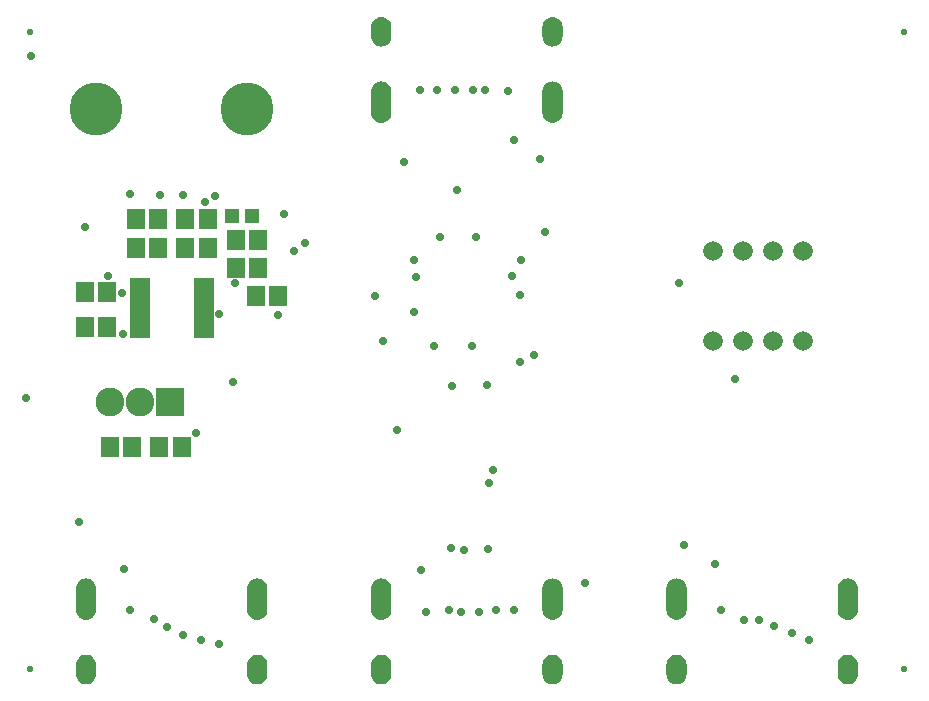
<source format=gbr>
G04 EAGLE Gerber RS-274X export*
G75*
%MOMM*%
%FSLAX34Y34*%
%LPD*%
%INSoldermask Bottom*%
%IPPOS*%
%AMOC8*
5,1,8,0,0,1.08239X$1,22.5*%
G01*
%ADD10C,0.553200*%
%ADD11C,1.666238*%
%ADD12R,2.435200X2.435200*%
%ADD13C,2.435200*%
%ADD14R,1.729200X0.638200*%
%ADD15C,4.487200*%
%ADD16R,1.503200X1.703200*%
%ADD17R,1.303200X1.203200*%
%ADD18C,0.705600*%

G36*
X474163Y493014D02*
X474163Y493014D01*
X474168Y493019D01*
X474173Y493016D01*
X475767Y493500D01*
X475771Y493506D01*
X475776Y493504D01*
X477246Y494289D01*
X477249Y494296D01*
X477254Y494294D01*
X478542Y495352D01*
X478543Y495359D01*
X478548Y495358D01*
X479606Y496646D01*
X479606Y496654D01*
X479611Y496654D01*
X480396Y498124D01*
X480395Y498131D01*
X480400Y498133D01*
X480884Y499727D01*
X480883Y499731D01*
X480885Y499732D01*
X480883Y499735D01*
X480886Y499737D01*
X481049Y501395D01*
X481047Y501398D01*
X481049Y501400D01*
X481049Y519400D01*
X481047Y519403D01*
X481049Y519405D01*
X480886Y521063D01*
X480881Y521068D01*
X480884Y521073D01*
X480400Y522667D01*
X480394Y522671D01*
X480396Y522676D01*
X479611Y524146D01*
X479604Y524149D01*
X479606Y524154D01*
X478548Y525442D01*
X478541Y525443D01*
X478542Y525448D01*
X477254Y526506D01*
X477246Y526506D01*
X477246Y526511D01*
X475776Y527296D01*
X475769Y527295D01*
X475767Y527300D01*
X474173Y527784D01*
X474166Y527781D01*
X474163Y527786D01*
X472505Y527949D01*
X472499Y527945D01*
X472495Y527949D01*
X470837Y527786D01*
X470832Y527781D01*
X470827Y527784D01*
X469233Y527300D01*
X469229Y527294D01*
X469224Y527296D01*
X467754Y526511D01*
X467751Y526504D01*
X467746Y526506D01*
X466458Y525448D01*
X466457Y525441D01*
X466452Y525442D01*
X465394Y524154D01*
X465394Y524146D01*
X465389Y524146D01*
X464604Y522676D01*
X464605Y522669D01*
X464600Y522667D01*
X464116Y521073D01*
X464119Y521066D01*
X464114Y521063D01*
X463951Y519405D01*
X463953Y519402D01*
X463951Y519400D01*
X463951Y501400D01*
X463953Y501397D01*
X463951Y501395D01*
X464114Y499737D01*
X464119Y499732D01*
X464116Y499727D01*
X464600Y498133D01*
X464606Y498129D01*
X464604Y498124D01*
X465389Y496654D01*
X465396Y496651D01*
X465394Y496646D01*
X466452Y495358D01*
X466459Y495357D01*
X466458Y495352D01*
X467746Y494294D01*
X467754Y494294D01*
X467754Y494289D01*
X469224Y493504D01*
X469231Y493505D01*
X469233Y493500D01*
X470827Y493016D01*
X470834Y493019D01*
X470837Y493014D01*
X472495Y492851D01*
X472501Y492855D01*
X472505Y492851D01*
X474163Y493014D01*
G37*
G36*
X329163Y493014D02*
X329163Y493014D01*
X329168Y493019D01*
X329173Y493016D01*
X330767Y493500D01*
X330771Y493506D01*
X330776Y493504D01*
X332246Y494289D01*
X332249Y494296D01*
X332254Y494294D01*
X333542Y495352D01*
X333543Y495359D01*
X333548Y495358D01*
X334606Y496646D01*
X334606Y496654D01*
X334611Y496654D01*
X335396Y498124D01*
X335395Y498131D01*
X335400Y498133D01*
X335884Y499727D01*
X335883Y499731D01*
X335885Y499732D01*
X335883Y499735D01*
X335886Y499737D01*
X336049Y501395D01*
X336047Y501398D01*
X336049Y501400D01*
X336049Y519400D01*
X336047Y519403D01*
X336049Y519405D01*
X335886Y521063D01*
X335881Y521068D01*
X335884Y521073D01*
X335400Y522667D01*
X335394Y522671D01*
X335396Y522676D01*
X334611Y524146D01*
X334604Y524149D01*
X334606Y524154D01*
X333548Y525442D01*
X333541Y525443D01*
X333542Y525448D01*
X332254Y526506D01*
X332246Y526506D01*
X332246Y526511D01*
X330776Y527296D01*
X330769Y527295D01*
X330767Y527300D01*
X329173Y527784D01*
X329166Y527781D01*
X329163Y527786D01*
X327505Y527949D01*
X327499Y527945D01*
X327495Y527949D01*
X325837Y527786D01*
X325832Y527781D01*
X325827Y527784D01*
X324233Y527300D01*
X324229Y527294D01*
X324224Y527296D01*
X322754Y526511D01*
X322751Y526504D01*
X322746Y526506D01*
X321458Y525448D01*
X321457Y525441D01*
X321452Y525442D01*
X320394Y524154D01*
X320394Y524146D01*
X320389Y524146D01*
X319604Y522676D01*
X319605Y522669D01*
X319600Y522667D01*
X319116Y521073D01*
X319119Y521066D01*
X319114Y521063D01*
X318951Y519405D01*
X318953Y519402D01*
X318951Y519400D01*
X318951Y501400D01*
X318953Y501397D01*
X318951Y501395D01*
X319114Y499737D01*
X319119Y499732D01*
X319116Y499727D01*
X319600Y498133D01*
X319606Y498129D01*
X319604Y498124D01*
X320389Y496654D01*
X320396Y496651D01*
X320394Y496646D01*
X321452Y495358D01*
X321459Y495357D01*
X321458Y495352D01*
X322746Y494294D01*
X322754Y494294D01*
X322754Y494289D01*
X324224Y493504D01*
X324231Y493505D01*
X324233Y493500D01*
X325827Y493016D01*
X325834Y493019D01*
X325837Y493014D01*
X327495Y492851D01*
X327501Y492855D01*
X327505Y492851D01*
X329163Y493014D01*
G37*
G36*
X79163Y72214D02*
X79163Y72214D01*
X79168Y72219D01*
X79173Y72216D01*
X80767Y72700D01*
X80771Y72706D01*
X80776Y72704D01*
X82246Y73489D01*
X82249Y73496D01*
X82254Y73494D01*
X83542Y74552D01*
X83543Y74559D01*
X83548Y74558D01*
X84606Y75846D01*
X84606Y75854D01*
X84611Y75854D01*
X85396Y77324D01*
X85395Y77331D01*
X85400Y77333D01*
X85884Y78927D01*
X85883Y78931D01*
X85885Y78932D01*
X85883Y78935D01*
X85886Y78937D01*
X86049Y80595D01*
X86047Y80598D01*
X86049Y80600D01*
X86049Y98600D01*
X86047Y98603D01*
X86049Y98605D01*
X85886Y100263D01*
X85881Y100268D01*
X85884Y100273D01*
X85400Y101867D01*
X85394Y101871D01*
X85396Y101876D01*
X84611Y103346D01*
X84604Y103349D01*
X84606Y103354D01*
X83548Y104642D01*
X83541Y104643D01*
X83542Y104648D01*
X82254Y105706D01*
X82246Y105706D01*
X82246Y105711D01*
X80776Y106496D01*
X80769Y106495D01*
X80767Y106500D01*
X79173Y106984D01*
X79166Y106981D01*
X79163Y106986D01*
X77505Y107149D01*
X77499Y107145D01*
X77495Y107149D01*
X75837Y106986D01*
X75832Y106981D01*
X75827Y106984D01*
X74233Y106500D01*
X74229Y106494D01*
X74224Y106496D01*
X72754Y105711D01*
X72751Y105704D01*
X72746Y105706D01*
X71458Y104648D01*
X71457Y104641D01*
X71452Y104642D01*
X70394Y103354D01*
X70394Y103346D01*
X70389Y103346D01*
X69604Y101876D01*
X69605Y101869D01*
X69600Y101867D01*
X69116Y100273D01*
X69119Y100266D01*
X69114Y100263D01*
X68951Y98605D01*
X68953Y98602D01*
X68951Y98600D01*
X68951Y80600D01*
X68953Y80597D01*
X68951Y80595D01*
X69114Y78937D01*
X69119Y78932D01*
X69116Y78927D01*
X69600Y77333D01*
X69606Y77329D01*
X69604Y77324D01*
X70389Y75854D01*
X70396Y75851D01*
X70394Y75846D01*
X71452Y74558D01*
X71459Y74557D01*
X71458Y74552D01*
X72746Y73494D01*
X72754Y73494D01*
X72754Y73489D01*
X74224Y72704D01*
X74231Y72705D01*
X74233Y72700D01*
X75827Y72216D01*
X75834Y72219D01*
X75837Y72214D01*
X77495Y72051D01*
X77501Y72055D01*
X77505Y72051D01*
X79163Y72214D01*
G37*
G36*
X329163Y72214D02*
X329163Y72214D01*
X329168Y72219D01*
X329173Y72216D01*
X330767Y72700D01*
X330771Y72706D01*
X330776Y72704D01*
X332246Y73489D01*
X332249Y73496D01*
X332254Y73494D01*
X333542Y74552D01*
X333543Y74559D01*
X333548Y74558D01*
X334606Y75846D01*
X334606Y75854D01*
X334611Y75854D01*
X335396Y77324D01*
X335395Y77331D01*
X335400Y77333D01*
X335884Y78927D01*
X335883Y78931D01*
X335885Y78932D01*
X335883Y78935D01*
X335886Y78937D01*
X336049Y80595D01*
X336047Y80598D01*
X336049Y80600D01*
X336049Y98600D01*
X336047Y98603D01*
X336049Y98605D01*
X335886Y100263D01*
X335881Y100268D01*
X335884Y100273D01*
X335400Y101867D01*
X335394Y101871D01*
X335396Y101876D01*
X334611Y103346D01*
X334604Y103349D01*
X334606Y103354D01*
X333548Y104642D01*
X333541Y104643D01*
X333542Y104648D01*
X332254Y105706D01*
X332246Y105706D01*
X332246Y105711D01*
X330776Y106496D01*
X330769Y106495D01*
X330767Y106500D01*
X329173Y106984D01*
X329166Y106981D01*
X329163Y106986D01*
X327505Y107149D01*
X327499Y107145D01*
X327495Y107149D01*
X325837Y106986D01*
X325832Y106981D01*
X325827Y106984D01*
X324233Y106500D01*
X324229Y106494D01*
X324224Y106496D01*
X322754Y105711D01*
X322751Y105704D01*
X322746Y105706D01*
X321458Y104648D01*
X321457Y104641D01*
X321452Y104642D01*
X320394Y103354D01*
X320394Y103346D01*
X320389Y103346D01*
X319604Y101876D01*
X319605Y101869D01*
X319600Y101867D01*
X319116Y100273D01*
X319119Y100266D01*
X319114Y100263D01*
X318951Y98605D01*
X318953Y98602D01*
X318951Y98600D01*
X318951Y80600D01*
X318953Y80597D01*
X318951Y80595D01*
X319114Y78937D01*
X319119Y78932D01*
X319116Y78927D01*
X319600Y77333D01*
X319606Y77329D01*
X319604Y77324D01*
X320389Y75854D01*
X320396Y75851D01*
X320394Y75846D01*
X321452Y74558D01*
X321459Y74557D01*
X321458Y74552D01*
X322746Y73494D01*
X322754Y73494D01*
X322754Y73489D01*
X324224Y72704D01*
X324231Y72705D01*
X324233Y72700D01*
X325827Y72216D01*
X325834Y72219D01*
X325837Y72214D01*
X327495Y72051D01*
X327501Y72055D01*
X327505Y72051D01*
X329163Y72214D01*
G37*
G36*
X579163Y72214D02*
X579163Y72214D01*
X579168Y72219D01*
X579173Y72216D01*
X580767Y72700D01*
X580771Y72706D01*
X580776Y72704D01*
X582246Y73489D01*
X582249Y73496D01*
X582254Y73494D01*
X583542Y74552D01*
X583543Y74559D01*
X583548Y74558D01*
X584606Y75846D01*
X584606Y75854D01*
X584611Y75854D01*
X585396Y77324D01*
X585395Y77331D01*
X585400Y77333D01*
X585884Y78927D01*
X585883Y78931D01*
X585885Y78932D01*
X585883Y78935D01*
X585886Y78937D01*
X586049Y80595D01*
X586047Y80598D01*
X586049Y80600D01*
X586049Y98600D01*
X586047Y98603D01*
X586049Y98605D01*
X585886Y100263D01*
X585881Y100268D01*
X585884Y100273D01*
X585400Y101867D01*
X585394Y101871D01*
X585396Y101876D01*
X584611Y103346D01*
X584604Y103349D01*
X584606Y103354D01*
X583548Y104642D01*
X583541Y104643D01*
X583542Y104648D01*
X582254Y105706D01*
X582246Y105706D01*
X582246Y105711D01*
X580776Y106496D01*
X580769Y106495D01*
X580767Y106500D01*
X579173Y106984D01*
X579166Y106981D01*
X579163Y106986D01*
X577505Y107149D01*
X577499Y107145D01*
X577495Y107149D01*
X575837Y106986D01*
X575832Y106981D01*
X575827Y106984D01*
X574233Y106500D01*
X574229Y106494D01*
X574224Y106496D01*
X572754Y105711D01*
X572751Y105704D01*
X572746Y105706D01*
X571458Y104648D01*
X571457Y104641D01*
X571452Y104642D01*
X570394Y103354D01*
X570394Y103346D01*
X570389Y103346D01*
X569604Y101876D01*
X569605Y101869D01*
X569600Y101867D01*
X569116Y100273D01*
X569119Y100266D01*
X569114Y100263D01*
X568951Y98605D01*
X568953Y98602D01*
X568951Y98600D01*
X568951Y80600D01*
X568953Y80597D01*
X568951Y80595D01*
X569114Y78937D01*
X569119Y78932D01*
X569116Y78927D01*
X569600Y77333D01*
X569606Y77329D01*
X569604Y77324D01*
X570389Y75854D01*
X570396Y75851D01*
X570394Y75846D01*
X571452Y74558D01*
X571459Y74557D01*
X571458Y74552D01*
X572746Y73494D01*
X572754Y73494D01*
X572754Y73489D01*
X574224Y72704D01*
X574231Y72705D01*
X574233Y72700D01*
X575827Y72216D01*
X575834Y72219D01*
X575837Y72214D01*
X577495Y72051D01*
X577501Y72055D01*
X577505Y72051D01*
X579163Y72214D01*
G37*
G36*
X724163Y72214D02*
X724163Y72214D01*
X724168Y72219D01*
X724173Y72216D01*
X725767Y72700D01*
X725771Y72706D01*
X725776Y72704D01*
X727246Y73489D01*
X727249Y73496D01*
X727254Y73494D01*
X728542Y74552D01*
X728543Y74559D01*
X728548Y74558D01*
X729606Y75846D01*
X729606Y75854D01*
X729611Y75854D01*
X730396Y77324D01*
X730395Y77331D01*
X730400Y77333D01*
X730884Y78927D01*
X730883Y78931D01*
X730885Y78932D01*
X730883Y78935D01*
X730886Y78937D01*
X731049Y80595D01*
X731047Y80598D01*
X731049Y80600D01*
X731049Y98600D01*
X731047Y98603D01*
X731049Y98605D01*
X730886Y100263D01*
X730881Y100268D01*
X730884Y100273D01*
X730400Y101867D01*
X730394Y101871D01*
X730396Y101876D01*
X729611Y103346D01*
X729604Y103349D01*
X729606Y103354D01*
X728548Y104642D01*
X728541Y104643D01*
X728542Y104648D01*
X727254Y105706D01*
X727246Y105706D01*
X727246Y105711D01*
X725776Y106496D01*
X725769Y106495D01*
X725767Y106500D01*
X724173Y106984D01*
X724166Y106981D01*
X724163Y106986D01*
X722505Y107149D01*
X722499Y107145D01*
X722495Y107149D01*
X720837Y106986D01*
X720832Y106981D01*
X720827Y106984D01*
X719233Y106500D01*
X719229Y106494D01*
X719224Y106496D01*
X717754Y105711D01*
X717751Y105704D01*
X717746Y105706D01*
X716458Y104648D01*
X716457Y104641D01*
X716452Y104642D01*
X715394Y103354D01*
X715394Y103346D01*
X715389Y103346D01*
X714604Y101876D01*
X714605Y101869D01*
X714600Y101867D01*
X714116Y100273D01*
X714119Y100266D01*
X714114Y100263D01*
X713951Y98605D01*
X713953Y98602D01*
X713951Y98600D01*
X713951Y80600D01*
X713953Y80597D01*
X713951Y80595D01*
X714114Y78937D01*
X714119Y78932D01*
X714116Y78927D01*
X714600Y77333D01*
X714606Y77329D01*
X714604Y77324D01*
X715389Y75854D01*
X715396Y75851D01*
X715394Y75846D01*
X716452Y74558D01*
X716459Y74557D01*
X716458Y74552D01*
X717746Y73494D01*
X717754Y73494D01*
X717754Y73489D01*
X719224Y72704D01*
X719231Y72705D01*
X719233Y72700D01*
X720827Y72216D01*
X720834Y72219D01*
X720837Y72214D01*
X722495Y72051D01*
X722501Y72055D01*
X722505Y72051D01*
X724163Y72214D01*
G37*
G36*
X224163Y72214D02*
X224163Y72214D01*
X224168Y72219D01*
X224173Y72216D01*
X225767Y72700D01*
X225771Y72706D01*
X225776Y72704D01*
X227246Y73489D01*
X227249Y73496D01*
X227254Y73494D01*
X228542Y74552D01*
X228543Y74559D01*
X228548Y74558D01*
X229606Y75846D01*
X229606Y75854D01*
X229611Y75854D01*
X230396Y77324D01*
X230395Y77331D01*
X230400Y77333D01*
X230884Y78927D01*
X230883Y78931D01*
X230885Y78932D01*
X230883Y78935D01*
X230886Y78937D01*
X231049Y80595D01*
X231047Y80598D01*
X231049Y80600D01*
X231049Y98600D01*
X231047Y98603D01*
X231049Y98605D01*
X230886Y100263D01*
X230881Y100268D01*
X230884Y100273D01*
X230400Y101867D01*
X230394Y101871D01*
X230396Y101876D01*
X229611Y103346D01*
X229604Y103349D01*
X229606Y103354D01*
X228548Y104642D01*
X228541Y104643D01*
X228542Y104648D01*
X227254Y105706D01*
X227246Y105706D01*
X227246Y105711D01*
X225776Y106496D01*
X225769Y106495D01*
X225767Y106500D01*
X224173Y106984D01*
X224166Y106981D01*
X224163Y106986D01*
X222505Y107149D01*
X222499Y107145D01*
X222495Y107149D01*
X220837Y106986D01*
X220832Y106981D01*
X220827Y106984D01*
X219233Y106500D01*
X219229Y106494D01*
X219224Y106496D01*
X217754Y105711D01*
X217751Y105704D01*
X217746Y105706D01*
X216458Y104648D01*
X216457Y104641D01*
X216452Y104642D01*
X215394Y103354D01*
X215394Y103346D01*
X215389Y103346D01*
X214604Y101876D01*
X214605Y101869D01*
X214600Y101867D01*
X214116Y100273D01*
X214119Y100266D01*
X214114Y100263D01*
X213951Y98605D01*
X213953Y98602D01*
X213951Y98600D01*
X213951Y80600D01*
X213953Y80597D01*
X213951Y80595D01*
X214114Y78937D01*
X214119Y78932D01*
X214116Y78927D01*
X214600Y77333D01*
X214606Y77329D01*
X214604Y77324D01*
X215389Y75854D01*
X215396Y75851D01*
X215394Y75846D01*
X216452Y74558D01*
X216459Y74557D01*
X216458Y74552D01*
X217746Y73494D01*
X217754Y73494D01*
X217754Y73489D01*
X219224Y72704D01*
X219231Y72705D01*
X219233Y72700D01*
X220827Y72216D01*
X220834Y72219D01*
X220837Y72214D01*
X222495Y72051D01*
X222501Y72055D01*
X222505Y72051D01*
X224163Y72214D01*
G37*
G36*
X474163Y72214D02*
X474163Y72214D01*
X474168Y72219D01*
X474173Y72216D01*
X475767Y72700D01*
X475771Y72706D01*
X475776Y72704D01*
X477246Y73489D01*
X477249Y73496D01*
X477254Y73494D01*
X478542Y74552D01*
X478543Y74559D01*
X478548Y74558D01*
X479606Y75846D01*
X479606Y75854D01*
X479611Y75854D01*
X480396Y77324D01*
X480395Y77331D01*
X480400Y77333D01*
X480884Y78927D01*
X480883Y78931D01*
X480885Y78932D01*
X480883Y78935D01*
X480886Y78937D01*
X481049Y80595D01*
X481047Y80598D01*
X481049Y80600D01*
X481049Y98600D01*
X481047Y98603D01*
X481049Y98605D01*
X480886Y100263D01*
X480881Y100268D01*
X480884Y100273D01*
X480400Y101867D01*
X480394Y101871D01*
X480396Y101876D01*
X479611Y103346D01*
X479604Y103349D01*
X479606Y103354D01*
X478548Y104642D01*
X478541Y104643D01*
X478542Y104648D01*
X477254Y105706D01*
X477246Y105706D01*
X477246Y105711D01*
X475776Y106496D01*
X475769Y106495D01*
X475767Y106500D01*
X474173Y106984D01*
X474166Y106981D01*
X474163Y106986D01*
X472505Y107149D01*
X472499Y107145D01*
X472495Y107149D01*
X470837Y106986D01*
X470832Y106981D01*
X470827Y106984D01*
X469233Y106500D01*
X469229Y106494D01*
X469224Y106496D01*
X467754Y105711D01*
X467751Y105704D01*
X467746Y105706D01*
X466458Y104648D01*
X466457Y104641D01*
X466452Y104642D01*
X465394Y103354D01*
X465394Y103346D01*
X465389Y103346D01*
X464604Y101876D01*
X464605Y101869D01*
X464600Y101867D01*
X464116Y100273D01*
X464119Y100266D01*
X464114Y100263D01*
X463951Y98605D01*
X463953Y98602D01*
X463951Y98600D01*
X463951Y80600D01*
X463953Y80597D01*
X463951Y80595D01*
X464114Y78937D01*
X464119Y78932D01*
X464116Y78927D01*
X464600Y77333D01*
X464606Y77329D01*
X464604Y77324D01*
X465389Y75854D01*
X465396Y75851D01*
X465394Y75846D01*
X466452Y74558D01*
X466459Y74557D01*
X466458Y74552D01*
X467746Y73494D01*
X467754Y73494D01*
X467754Y73489D01*
X469224Y72704D01*
X469231Y72705D01*
X469233Y72700D01*
X470827Y72216D01*
X470834Y72219D01*
X470837Y72214D01*
X472495Y72051D01*
X472501Y72055D01*
X472505Y72051D01*
X474163Y72214D01*
G37*
G36*
X474163Y557614D02*
X474163Y557614D01*
X474168Y557619D01*
X474173Y557616D01*
X475767Y558100D01*
X475771Y558106D01*
X475776Y558104D01*
X477246Y558889D01*
X477249Y558896D01*
X477254Y558894D01*
X478542Y559952D01*
X478543Y559959D01*
X478548Y559958D01*
X479606Y561246D01*
X479606Y561254D01*
X479611Y561254D01*
X480396Y562724D01*
X480395Y562731D01*
X480400Y562733D01*
X480884Y564327D01*
X480883Y564331D01*
X480885Y564332D01*
X480883Y564335D01*
X480886Y564337D01*
X481049Y565995D01*
X481047Y565998D01*
X481049Y566000D01*
X481049Y574000D01*
X481047Y574003D01*
X481049Y574005D01*
X480886Y575663D01*
X480881Y575668D01*
X480884Y575673D01*
X480400Y577267D01*
X480394Y577271D01*
X480396Y577276D01*
X479611Y578746D01*
X479604Y578749D01*
X479606Y578754D01*
X478548Y580042D01*
X478541Y580043D01*
X478542Y580048D01*
X477254Y581106D01*
X477246Y581106D01*
X477246Y581111D01*
X475776Y581896D01*
X475769Y581895D01*
X475767Y581900D01*
X474173Y582384D01*
X474166Y582381D01*
X474163Y582386D01*
X472505Y582549D01*
X472499Y582545D01*
X472495Y582549D01*
X470837Y582386D01*
X470832Y582381D01*
X470827Y582384D01*
X469233Y581900D01*
X469229Y581894D01*
X469224Y581896D01*
X467754Y581111D01*
X467751Y581104D01*
X467746Y581106D01*
X466458Y580048D01*
X466457Y580041D01*
X466452Y580042D01*
X465394Y578754D01*
X465394Y578746D01*
X465389Y578746D01*
X464604Y577276D01*
X464605Y577269D01*
X464600Y577267D01*
X464116Y575673D01*
X464119Y575666D01*
X464114Y575663D01*
X463951Y574005D01*
X463953Y574002D01*
X463951Y574000D01*
X463951Y566000D01*
X463953Y565997D01*
X463951Y565995D01*
X464114Y564337D01*
X464119Y564332D01*
X464116Y564327D01*
X464600Y562733D01*
X464606Y562729D01*
X464604Y562724D01*
X465389Y561254D01*
X465396Y561251D01*
X465394Y561246D01*
X466452Y559958D01*
X466459Y559957D01*
X466458Y559952D01*
X467746Y558894D01*
X467754Y558894D01*
X467754Y558889D01*
X469224Y558104D01*
X469231Y558105D01*
X469233Y558100D01*
X470827Y557616D01*
X470834Y557619D01*
X470837Y557614D01*
X472495Y557451D01*
X472501Y557455D01*
X472505Y557451D01*
X474163Y557614D01*
G37*
G36*
X329163Y557614D02*
X329163Y557614D01*
X329168Y557619D01*
X329173Y557616D01*
X330767Y558100D01*
X330771Y558106D01*
X330776Y558104D01*
X332246Y558889D01*
X332249Y558896D01*
X332254Y558894D01*
X333542Y559952D01*
X333543Y559959D01*
X333548Y559958D01*
X334606Y561246D01*
X334606Y561254D01*
X334611Y561254D01*
X335396Y562724D01*
X335395Y562731D01*
X335400Y562733D01*
X335884Y564327D01*
X335883Y564331D01*
X335885Y564332D01*
X335883Y564335D01*
X335886Y564337D01*
X336049Y565995D01*
X336047Y565998D01*
X336049Y566000D01*
X336049Y574000D01*
X336047Y574003D01*
X336049Y574005D01*
X335886Y575663D01*
X335881Y575668D01*
X335884Y575673D01*
X335400Y577267D01*
X335394Y577271D01*
X335396Y577276D01*
X334611Y578746D01*
X334604Y578749D01*
X334606Y578754D01*
X333548Y580042D01*
X333541Y580043D01*
X333542Y580048D01*
X332254Y581106D01*
X332246Y581106D01*
X332246Y581111D01*
X330776Y581896D01*
X330769Y581895D01*
X330767Y581900D01*
X329173Y582384D01*
X329166Y582381D01*
X329163Y582386D01*
X327505Y582549D01*
X327499Y582545D01*
X327495Y582549D01*
X325837Y582386D01*
X325832Y582381D01*
X325827Y582384D01*
X324233Y581900D01*
X324229Y581894D01*
X324224Y581896D01*
X322754Y581111D01*
X322751Y581104D01*
X322746Y581106D01*
X321458Y580048D01*
X321457Y580041D01*
X321452Y580042D01*
X320394Y578754D01*
X320394Y578746D01*
X320389Y578746D01*
X319604Y577276D01*
X319605Y577269D01*
X319600Y577267D01*
X319116Y575673D01*
X319119Y575666D01*
X319114Y575663D01*
X318951Y574005D01*
X318953Y574002D01*
X318951Y574000D01*
X318951Y566000D01*
X318953Y565997D01*
X318951Y565995D01*
X319114Y564337D01*
X319119Y564332D01*
X319116Y564327D01*
X319600Y562733D01*
X319606Y562729D01*
X319604Y562724D01*
X320389Y561254D01*
X320396Y561251D01*
X320394Y561246D01*
X321452Y559958D01*
X321459Y559957D01*
X321458Y559952D01*
X322746Y558894D01*
X322754Y558894D01*
X322754Y558889D01*
X324224Y558104D01*
X324231Y558105D01*
X324233Y558100D01*
X325827Y557616D01*
X325834Y557619D01*
X325837Y557614D01*
X327495Y557451D01*
X327501Y557455D01*
X327505Y557451D01*
X329163Y557614D01*
G37*
G36*
X724163Y17614D02*
X724163Y17614D01*
X724168Y17619D01*
X724173Y17616D01*
X725767Y18100D01*
X725771Y18106D01*
X725776Y18104D01*
X727246Y18889D01*
X727249Y18896D01*
X727254Y18894D01*
X728542Y19952D01*
X728543Y19959D01*
X728548Y19958D01*
X729606Y21246D01*
X729606Y21254D01*
X729611Y21254D01*
X730396Y22724D01*
X730395Y22731D01*
X730400Y22733D01*
X730884Y24327D01*
X730883Y24331D01*
X730885Y24332D01*
X730883Y24335D01*
X730886Y24337D01*
X731049Y25995D01*
X731047Y25998D01*
X731049Y26000D01*
X731049Y34000D01*
X731047Y34003D01*
X731049Y34005D01*
X730886Y35663D01*
X730881Y35668D01*
X730884Y35673D01*
X730400Y37267D01*
X730394Y37271D01*
X730396Y37276D01*
X729611Y38746D01*
X729604Y38749D01*
X729606Y38754D01*
X728548Y40042D01*
X728541Y40043D01*
X728542Y40048D01*
X727254Y41106D01*
X727246Y41106D01*
X727246Y41111D01*
X725776Y41896D01*
X725769Y41895D01*
X725767Y41900D01*
X724173Y42384D01*
X724166Y42381D01*
X724163Y42386D01*
X722505Y42549D01*
X722499Y42545D01*
X722495Y42549D01*
X720837Y42386D01*
X720832Y42381D01*
X720827Y42384D01*
X719233Y41900D01*
X719229Y41894D01*
X719224Y41896D01*
X717754Y41111D01*
X717751Y41104D01*
X717746Y41106D01*
X716458Y40048D01*
X716457Y40041D01*
X716452Y40042D01*
X715394Y38754D01*
X715394Y38746D01*
X715389Y38746D01*
X714604Y37276D01*
X714605Y37269D01*
X714600Y37267D01*
X714116Y35673D01*
X714119Y35666D01*
X714114Y35663D01*
X713951Y34005D01*
X713953Y34002D01*
X713951Y34000D01*
X713951Y26000D01*
X713953Y25997D01*
X713951Y25995D01*
X714114Y24337D01*
X714119Y24332D01*
X714116Y24327D01*
X714600Y22733D01*
X714606Y22729D01*
X714604Y22724D01*
X715389Y21254D01*
X715396Y21251D01*
X715394Y21246D01*
X716452Y19958D01*
X716459Y19957D01*
X716458Y19952D01*
X717746Y18894D01*
X717754Y18894D01*
X717754Y18889D01*
X719224Y18104D01*
X719231Y18105D01*
X719233Y18100D01*
X720827Y17616D01*
X720834Y17619D01*
X720837Y17614D01*
X722495Y17451D01*
X722501Y17455D01*
X722505Y17451D01*
X724163Y17614D01*
G37*
G36*
X329163Y17614D02*
X329163Y17614D01*
X329168Y17619D01*
X329173Y17616D01*
X330767Y18100D01*
X330771Y18106D01*
X330776Y18104D01*
X332246Y18889D01*
X332249Y18896D01*
X332254Y18894D01*
X333542Y19952D01*
X333543Y19959D01*
X333548Y19958D01*
X334606Y21246D01*
X334606Y21254D01*
X334611Y21254D01*
X335396Y22724D01*
X335395Y22731D01*
X335400Y22733D01*
X335884Y24327D01*
X335883Y24331D01*
X335885Y24332D01*
X335883Y24335D01*
X335886Y24337D01*
X336049Y25995D01*
X336047Y25998D01*
X336049Y26000D01*
X336049Y34000D01*
X336047Y34003D01*
X336049Y34005D01*
X335886Y35663D01*
X335881Y35668D01*
X335884Y35673D01*
X335400Y37267D01*
X335394Y37271D01*
X335396Y37276D01*
X334611Y38746D01*
X334604Y38749D01*
X334606Y38754D01*
X333548Y40042D01*
X333541Y40043D01*
X333542Y40048D01*
X332254Y41106D01*
X332246Y41106D01*
X332246Y41111D01*
X330776Y41896D01*
X330769Y41895D01*
X330767Y41900D01*
X329173Y42384D01*
X329166Y42381D01*
X329163Y42386D01*
X327505Y42549D01*
X327499Y42545D01*
X327495Y42549D01*
X325837Y42386D01*
X325832Y42381D01*
X325827Y42384D01*
X324233Y41900D01*
X324229Y41894D01*
X324224Y41896D01*
X322754Y41111D01*
X322751Y41104D01*
X322746Y41106D01*
X321458Y40048D01*
X321457Y40041D01*
X321452Y40042D01*
X320394Y38754D01*
X320394Y38746D01*
X320389Y38746D01*
X319604Y37276D01*
X319605Y37269D01*
X319600Y37267D01*
X319116Y35673D01*
X319119Y35666D01*
X319114Y35663D01*
X318951Y34005D01*
X318953Y34002D01*
X318951Y34000D01*
X318951Y26000D01*
X318953Y25997D01*
X318951Y25995D01*
X319114Y24337D01*
X319119Y24332D01*
X319116Y24327D01*
X319600Y22733D01*
X319606Y22729D01*
X319604Y22724D01*
X320389Y21254D01*
X320396Y21251D01*
X320394Y21246D01*
X321452Y19958D01*
X321459Y19957D01*
X321458Y19952D01*
X322746Y18894D01*
X322754Y18894D01*
X322754Y18889D01*
X324224Y18104D01*
X324231Y18105D01*
X324233Y18100D01*
X325827Y17616D01*
X325834Y17619D01*
X325837Y17614D01*
X327495Y17451D01*
X327501Y17455D01*
X327505Y17451D01*
X329163Y17614D01*
G37*
G36*
X474163Y17614D02*
X474163Y17614D01*
X474168Y17619D01*
X474173Y17616D01*
X475767Y18100D01*
X475771Y18106D01*
X475776Y18104D01*
X477246Y18889D01*
X477249Y18896D01*
X477254Y18894D01*
X478542Y19952D01*
X478543Y19959D01*
X478548Y19958D01*
X479606Y21246D01*
X479606Y21254D01*
X479611Y21254D01*
X480396Y22724D01*
X480395Y22731D01*
X480400Y22733D01*
X480884Y24327D01*
X480883Y24331D01*
X480885Y24332D01*
X480883Y24335D01*
X480886Y24337D01*
X481049Y25995D01*
X481047Y25998D01*
X481049Y26000D01*
X481049Y34000D01*
X481047Y34003D01*
X481049Y34005D01*
X480886Y35663D01*
X480881Y35668D01*
X480884Y35673D01*
X480400Y37267D01*
X480394Y37271D01*
X480396Y37276D01*
X479611Y38746D01*
X479604Y38749D01*
X479606Y38754D01*
X478548Y40042D01*
X478541Y40043D01*
X478542Y40048D01*
X477254Y41106D01*
X477246Y41106D01*
X477246Y41111D01*
X475776Y41896D01*
X475769Y41895D01*
X475767Y41900D01*
X474173Y42384D01*
X474166Y42381D01*
X474163Y42386D01*
X472505Y42549D01*
X472499Y42545D01*
X472495Y42549D01*
X470837Y42386D01*
X470832Y42381D01*
X470827Y42384D01*
X469233Y41900D01*
X469229Y41894D01*
X469224Y41896D01*
X467754Y41111D01*
X467751Y41104D01*
X467746Y41106D01*
X466458Y40048D01*
X466457Y40041D01*
X466452Y40042D01*
X465394Y38754D01*
X465394Y38746D01*
X465389Y38746D01*
X464604Y37276D01*
X464605Y37269D01*
X464600Y37267D01*
X464116Y35673D01*
X464119Y35666D01*
X464114Y35663D01*
X463951Y34005D01*
X463953Y34002D01*
X463951Y34000D01*
X463951Y26000D01*
X463953Y25997D01*
X463951Y25995D01*
X464114Y24337D01*
X464119Y24332D01*
X464116Y24327D01*
X464600Y22733D01*
X464606Y22729D01*
X464604Y22724D01*
X465389Y21254D01*
X465396Y21251D01*
X465394Y21246D01*
X466452Y19958D01*
X466459Y19957D01*
X466458Y19952D01*
X467746Y18894D01*
X467754Y18894D01*
X467754Y18889D01*
X469224Y18104D01*
X469231Y18105D01*
X469233Y18100D01*
X470827Y17616D01*
X470834Y17619D01*
X470837Y17614D01*
X472495Y17451D01*
X472501Y17455D01*
X472505Y17451D01*
X474163Y17614D01*
G37*
G36*
X224163Y17614D02*
X224163Y17614D01*
X224168Y17619D01*
X224173Y17616D01*
X225767Y18100D01*
X225771Y18106D01*
X225776Y18104D01*
X227246Y18889D01*
X227249Y18896D01*
X227254Y18894D01*
X228542Y19952D01*
X228543Y19959D01*
X228548Y19958D01*
X229606Y21246D01*
X229606Y21254D01*
X229611Y21254D01*
X230396Y22724D01*
X230395Y22731D01*
X230400Y22733D01*
X230884Y24327D01*
X230883Y24331D01*
X230885Y24332D01*
X230883Y24335D01*
X230886Y24337D01*
X231049Y25995D01*
X231047Y25998D01*
X231049Y26000D01*
X231049Y34000D01*
X231047Y34003D01*
X231049Y34005D01*
X230886Y35663D01*
X230881Y35668D01*
X230884Y35673D01*
X230400Y37267D01*
X230394Y37271D01*
X230396Y37276D01*
X229611Y38746D01*
X229604Y38749D01*
X229606Y38754D01*
X228548Y40042D01*
X228541Y40043D01*
X228542Y40048D01*
X227254Y41106D01*
X227246Y41106D01*
X227246Y41111D01*
X225776Y41896D01*
X225769Y41895D01*
X225767Y41900D01*
X224173Y42384D01*
X224166Y42381D01*
X224163Y42386D01*
X222505Y42549D01*
X222499Y42545D01*
X222495Y42549D01*
X220837Y42386D01*
X220832Y42381D01*
X220827Y42384D01*
X219233Y41900D01*
X219229Y41894D01*
X219224Y41896D01*
X217754Y41111D01*
X217751Y41104D01*
X217746Y41106D01*
X216458Y40048D01*
X216457Y40041D01*
X216452Y40042D01*
X215394Y38754D01*
X215394Y38746D01*
X215389Y38746D01*
X214604Y37276D01*
X214605Y37269D01*
X214600Y37267D01*
X214116Y35673D01*
X214119Y35666D01*
X214114Y35663D01*
X213951Y34005D01*
X213953Y34002D01*
X213951Y34000D01*
X213951Y26000D01*
X213953Y25997D01*
X213951Y25995D01*
X214114Y24337D01*
X214119Y24332D01*
X214116Y24327D01*
X214600Y22733D01*
X214606Y22729D01*
X214604Y22724D01*
X215389Y21254D01*
X215396Y21251D01*
X215394Y21246D01*
X216452Y19958D01*
X216459Y19957D01*
X216458Y19952D01*
X217746Y18894D01*
X217754Y18894D01*
X217754Y18889D01*
X219224Y18104D01*
X219231Y18105D01*
X219233Y18100D01*
X220827Y17616D01*
X220834Y17619D01*
X220837Y17614D01*
X222495Y17451D01*
X222501Y17455D01*
X222505Y17451D01*
X224163Y17614D01*
G37*
G36*
X579163Y17614D02*
X579163Y17614D01*
X579168Y17619D01*
X579173Y17616D01*
X580767Y18100D01*
X580771Y18106D01*
X580776Y18104D01*
X582246Y18889D01*
X582249Y18896D01*
X582254Y18894D01*
X583542Y19952D01*
X583543Y19959D01*
X583548Y19958D01*
X584606Y21246D01*
X584606Y21254D01*
X584611Y21254D01*
X585396Y22724D01*
X585395Y22731D01*
X585400Y22733D01*
X585884Y24327D01*
X585883Y24331D01*
X585885Y24332D01*
X585883Y24335D01*
X585886Y24337D01*
X586049Y25995D01*
X586047Y25998D01*
X586049Y26000D01*
X586049Y34000D01*
X586047Y34003D01*
X586049Y34005D01*
X585886Y35663D01*
X585881Y35668D01*
X585884Y35673D01*
X585400Y37267D01*
X585394Y37271D01*
X585396Y37276D01*
X584611Y38746D01*
X584604Y38749D01*
X584606Y38754D01*
X583548Y40042D01*
X583541Y40043D01*
X583542Y40048D01*
X582254Y41106D01*
X582246Y41106D01*
X582246Y41111D01*
X580776Y41896D01*
X580769Y41895D01*
X580767Y41900D01*
X579173Y42384D01*
X579166Y42381D01*
X579163Y42386D01*
X577505Y42549D01*
X577499Y42545D01*
X577495Y42549D01*
X575837Y42386D01*
X575832Y42381D01*
X575827Y42384D01*
X574233Y41900D01*
X574229Y41894D01*
X574224Y41896D01*
X572754Y41111D01*
X572751Y41104D01*
X572746Y41106D01*
X571458Y40048D01*
X571457Y40041D01*
X571452Y40042D01*
X570394Y38754D01*
X570394Y38746D01*
X570389Y38746D01*
X569604Y37276D01*
X569605Y37269D01*
X569600Y37267D01*
X569116Y35673D01*
X569119Y35666D01*
X569114Y35663D01*
X568951Y34005D01*
X568953Y34002D01*
X568951Y34000D01*
X568951Y26000D01*
X568953Y25997D01*
X568951Y25995D01*
X569114Y24337D01*
X569119Y24332D01*
X569116Y24327D01*
X569600Y22733D01*
X569606Y22729D01*
X569604Y22724D01*
X570389Y21254D01*
X570396Y21251D01*
X570394Y21246D01*
X571452Y19958D01*
X571459Y19957D01*
X571458Y19952D01*
X572746Y18894D01*
X572754Y18894D01*
X572754Y18889D01*
X574224Y18104D01*
X574231Y18105D01*
X574233Y18100D01*
X575827Y17616D01*
X575834Y17619D01*
X575837Y17614D01*
X577495Y17451D01*
X577501Y17455D01*
X577505Y17451D01*
X579163Y17614D01*
G37*
G36*
X79163Y17614D02*
X79163Y17614D01*
X79168Y17619D01*
X79173Y17616D01*
X80767Y18100D01*
X80771Y18106D01*
X80776Y18104D01*
X82246Y18889D01*
X82249Y18896D01*
X82254Y18894D01*
X83542Y19952D01*
X83543Y19959D01*
X83548Y19958D01*
X84606Y21246D01*
X84606Y21254D01*
X84611Y21254D01*
X85396Y22724D01*
X85395Y22731D01*
X85400Y22733D01*
X85884Y24327D01*
X85883Y24331D01*
X85885Y24332D01*
X85883Y24335D01*
X85886Y24337D01*
X86049Y25995D01*
X86047Y25998D01*
X86049Y26000D01*
X86049Y34000D01*
X86047Y34003D01*
X86049Y34005D01*
X85886Y35663D01*
X85881Y35668D01*
X85884Y35673D01*
X85400Y37267D01*
X85394Y37271D01*
X85396Y37276D01*
X84611Y38746D01*
X84604Y38749D01*
X84606Y38754D01*
X83548Y40042D01*
X83541Y40043D01*
X83542Y40048D01*
X82254Y41106D01*
X82246Y41106D01*
X82246Y41111D01*
X80776Y41896D01*
X80769Y41895D01*
X80767Y41900D01*
X79173Y42384D01*
X79166Y42381D01*
X79163Y42386D01*
X77505Y42549D01*
X77499Y42545D01*
X77495Y42549D01*
X75837Y42386D01*
X75832Y42381D01*
X75827Y42384D01*
X74233Y41900D01*
X74229Y41894D01*
X74224Y41896D01*
X72754Y41111D01*
X72751Y41104D01*
X72746Y41106D01*
X71458Y40048D01*
X71457Y40041D01*
X71452Y40042D01*
X70394Y38754D01*
X70394Y38746D01*
X70389Y38746D01*
X69604Y37276D01*
X69605Y37269D01*
X69600Y37267D01*
X69116Y35673D01*
X69119Y35666D01*
X69114Y35663D01*
X68951Y34005D01*
X68953Y34002D01*
X68951Y34000D01*
X68951Y26000D01*
X68953Y25997D01*
X68951Y25995D01*
X69114Y24337D01*
X69119Y24332D01*
X69116Y24327D01*
X69600Y22733D01*
X69606Y22729D01*
X69604Y22724D01*
X70389Y21254D01*
X70396Y21251D01*
X70394Y21246D01*
X71452Y19958D01*
X71459Y19957D01*
X71458Y19952D01*
X72746Y18894D01*
X72754Y18894D01*
X72754Y18889D01*
X74224Y18104D01*
X74231Y18105D01*
X74233Y18100D01*
X75827Y17616D01*
X75834Y17619D01*
X75837Y17614D01*
X77495Y17451D01*
X77501Y17455D01*
X77505Y17451D01*
X79163Y17614D01*
G37*
D10*
X30000Y570000D03*
X30000Y30000D03*
X770000Y570000D03*
X770000Y30000D03*
D11*
X685000Y307800D03*
X659600Y307800D03*
X659600Y384000D03*
X685000Y384000D03*
X634200Y307800D03*
X608800Y307800D03*
X634200Y384000D03*
X608800Y384000D03*
D12*
X148900Y256600D03*
D13*
X123500Y256600D03*
X98100Y256600D03*
D14*
X122880Y313780D03*
X122880Y320120D03*
X122880Y326480D03*
X122880Y332820D03*
X122880Y339180D03*
X122880Y345520D03*
X122880Y351880D03*
X122880Y358220D03*
X177120Y358220D03*
X177120Y351880D03*
X177120Y345520D03*
X177120Y339180D03*
X177120Y332820D03*
X177120Y326480D03*
X177120Y320120D03*
X177120Y313780D03*
D15*
X214000Y504200D03*
X86000Y504200D03*
D16*
X223500Y394000D03*
X204500Y394000D03*
X161500Y411000D03*
X180500Y411000D03*
X138500Y411000D03*
X119500Y411000D03*
X223500Y370000D03*
X204500Y370000D03*
X119500Y387000D03*
X138500Y387000D03*
X180500Y387000D03*
X161500Y387000D03*
X221500Y346000D03*
X240500Y346000D03*
D17*
X201500Y414000D03*
X218500Y414000D03*
D16*
X76500Y350000D03*
X95500Y350000D03*
X76500Y320000D03*
X95500Y320000D03*
X97500Y218000D03*
X116500Y218000D03*
X139500Y218000D03*
X158500Y218000D03*
D18*
X395000Y79000D03*
X146000Y66000D03*
X647000Y72000D03*
X405000Y521000D03*
X410000Y79000D03*
X160000Y59000D03*
X660000Y67000D03*
X390000Y521000D03*
X425000Y80000D03*
X175000Y55055D03*
X675000Y61000D03*
X375000Y521000D03*
X440000Y80000D03*
X190000Y51360D03*
X690000Y55000D03*
X360000Y521000D03*
X418788Y188212D03*
X387000Y133000D03*
X422183Y199029D03*
X397212Y130788D03*
X135000Y73000D03*
X384502Y80000D03*
X635000Y72000D03*
X415000Y521000D03*
X115000Y433000D03*
X115000Y80000D03*
X365000Y79000D03*
X615000Y80000D03*
X435000Y520000D03*
X438000Y363000D03*
X392000Y436249D03*
X355000Y377000D03*
X322000Y346000D03*
X329000Y308000D03*
X387031Y270000D03*
X417000Y271000D03*
X240000Y330000D03*
X204000Y357000D03*
X190000Y331000D03*
X108000Y349000D03*
X171000Y230000D03*
X178000Y426000D03*
X377000Y396000D03*
X408000Y396000D03*
X446000Y377000D03*
X444970Y347030D03*
X357150Y362150D03*
X355526Y332600D03*
X372000Y304000D03*
X403970Y304030D03*
X445000Y290000D03*
X457000Y296000D03*
X254000Y384000D03*
X96000Y363000D03*
X263000Y390802D03*
X109000Y314000D03*
X110000Y115000D03*
X439751Y478000D03*
X610249Y119000D03*
X360984Y114249D03*
X140000Y432000D03*
X160000Y432000D03*
X187000Y431000D03*
X31000Y549000D03*
X27000Y260000D03*
X77000Y405000D03*
X72000Y155000D03*
X202000Y273000D03*
X245000Y416000D03*
X347000Y460000D03*
X462000Y462000D03*
X466000Y400000D03*
X580000Y357000D03*
X627000Y276000D03*
X584000Y135000D03*
X500000Y103000D03*
X418000Y132000D03*
X341000Y233000D03*
M02*

</source>
